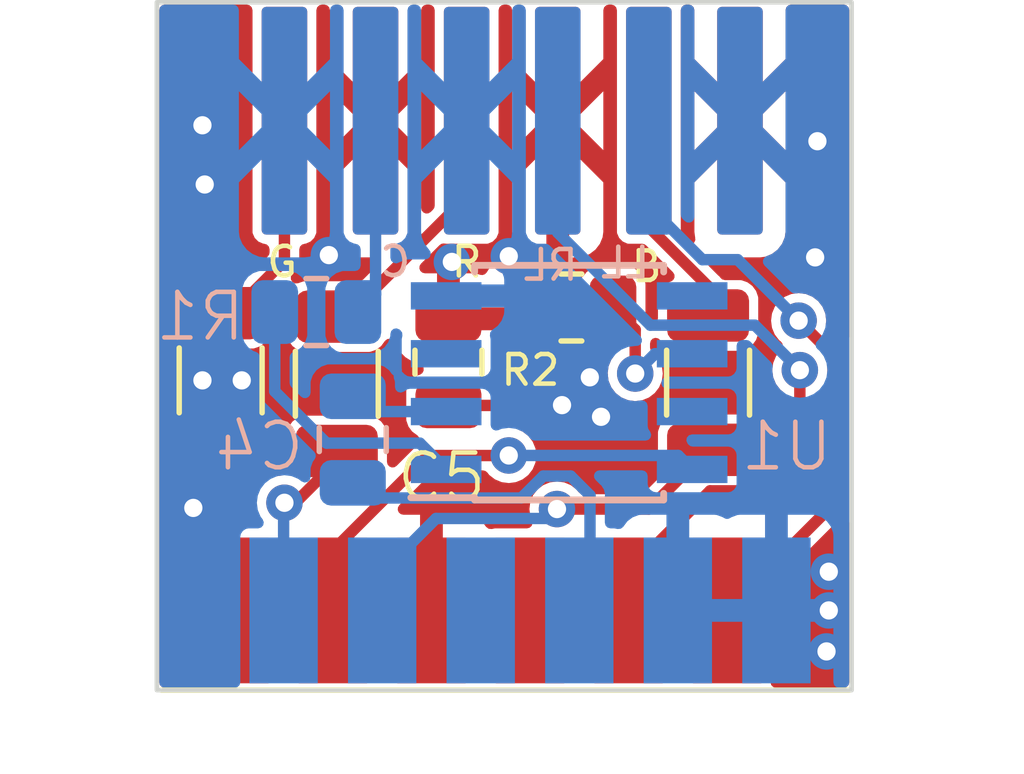
<source format=kicad_pcb>
(kicad_pcb (version 20221018) (generator pcbnew)
  (layers (0 "F.Cu" signal) (1 "In1.Cu" signal) (2 "In2.Cu" signal) (31 "B.Cu" signal) (34 "B.Paste" user) (35 "F.Paste" user) (36 "B.SilkS" user "B.Silkscreen") (37 "F.SilkS" user "F.Silkscreen") (38 "B.Mask" user) (39 "F.Mask" user) (44 "Edge.Cuts" user))
  (net 0 "")
  (net 1 "Blue in")
  (net 2 "Blue Out")
  (net 3 "Red in")
  (net 4 "Red Out")
  (net 5 "Green in")
  (net 6 "Green out")
  (net 7 "Luma")
  (net 8 "Net-(U1-VIDEO)")
  (net 9 "GND")
  (net 10 "Net-(U1-INT)")
  (net 11 "+5V")
  (net 14 "Right Audio")
  (net 15 "Left Audio")
  (net 16 "Net-(U1-CSYNC)")
  (net 17 "cSync")
  (footprint "ICspretty:coaxPad" (layer "F.Cu") (at 136.45 57.5)
    (fp_text reference "J14" hide)
    (fp_text value "Conn_01x01_Pin")
    (pad "1" smd roundrect (at 0 0) (size 1 5) (layers "F.Cu" "F.Paste" "F.Mask") (roundrect_rratio 0.1) (net 9 "GND"))
  )
  (footprint "Capacitor_SMD:C_1206_3216Metric" (layer "F.Cu") (at 125.05 63.2 90)
    (fp_text reference "C3" hide)
    (fp_text value "220uf")
    (fp_line (start -0.711252 -0.91) (end 0.711252 -0.91) (stroke (width 0.12)) (layer "F.SilkS"))
    (fp_line (start -0.711252 0.91) (end 0.711252 0.91) (stroke (width 0.12)) (layer "F.SilkS"))
    (pad "1" smd roundrect (at -1.475 0 90) (size 1.15 1.8) (layers "F.Cu" "F.Paste" "F.Mask") (roundrect_rratio 0.217391) (net 5 "Green in"))
    (pad "2" smd roundrect (at 1.475 0 90) (size 1.15 1.8) (layers "F.Cu" "F.Paste" "F.Mask") (roundrect_rratio 0.217391) (net 6 "Green out"))
  )
  (footprint "Capacitor_SMD:C_1206_3216Metric" (layer "F.Cu") (at 135.75 63.25 90)
    (fp_text reference "C1" hide)
    (fp_text value "220uf")
    (fp_line (start -0.711252 -0.91) (end 0.711252 -0.91) (stroke (width 0.12)) (layer "F.SilkS"))
    (fp_line (start -0.711252 0.91) (end 0.711252 0.91) (stroke (width 0.12)) (layer "F.SilkS"))
    (pad "1" smd roundrect (at -1.475 0 90) (size 1.15 1.8) (layers "F.Cu" "F.Paste" "F.Mask") (roundrect_rratio 0.217391) (net 1 "Blue in"))
    (pad "2" smd roundrect (at 1.475 0 90) (size 1.15 1.8) (layers "F.Cu" "F.Paste" "F.Mask") (roundrect_rratio 0.217391) (net 2 "Blue Out"))
  )
  (footprint "ICspretty:coaxPad" (layer "F.Cu") (at 128.45 57.5)
    (fp_text reference "J10" hide)
    (fp_text value "Conn_01x01_Pin")
    (pad "1" smd roundrect (at 0 0) (size 1 5) (layers "F.Cu" "F.Paste" "F.Mask") (roundrect_rratio 0.1) (net 9 "GND"))
  )
  (footprint "ICspretty:coaxPad" (layer "F.Cu") (at 132.45 57.5)
    (fp_text reference "J12" hide)
    (fp_text value "Conn_01x01_Pin")
    (pad "1" smd roundrect (at 0 0) (size 1 5) (layers "F.Cu" "F.Paste" "F.Mask") (roundrect_rratio 0.1) (net 9 "GND"))
  )
  (footprint "Resistor_SMD:R_0805_2012Metric" (layer "F.Cu") (at 132.75 61.6)
    (fp_text reference "R2" (at -0.9 1.375) (layer "F.SilkS") (effects (font (size 0.65 0.65) (thickness 0.1))))
    (fp_text value "680k")
    (fp_line (start -0.227064 -0.735) (end 0.227064 -0.735) (stroke (width 0.12)) (layer "F.SilkS"))
    (fp_line (start -0.227064 0.735) (end 0.227064 0.735) (stroke (width 0.12)) (layer "F.SilkS"))
    (pad "1" smd roundrect (at -0.9125 0) (size 1.025 1.4) (layers "F.Cu" "F.Paste" "F.Mask") (roundrect_rratio 0.243902) (net 9 "GND"))
    (pad "2" smd roundrect (at 0.9125 0) (size 1.025 1.4) (layers "F.Cu" "F.Paste" "F.Mask") (roundrect_rratio 0.243902) (net 10 "Net-(U1-INT)"))
  )
  (footprint "Capacitor_SMD:C_0805_2012Metric" (layer "F.Cu") (at 130.05 62.8 -90)
    (fp_text reference "C5" (at 2.525 0.15 180) (layer "F.SilkS") (effects (font (thickness 0.1))))
    (fp_text value "100nf")
    (fp_line (start -0.261252 -0.735) (end 0.261252 -0.735) (stroke (width 0.12)) (layer "F.SilkS"))
    (fp_line (start -0.261252 0.735) (end 0.261252 0.735) (stroke (width 0.12)) (layer "F.SilkS"))
    (pad "1" smd roundrect (at -0.95 0 270) (size 1 1.45) (layers "F.Cu" "F.Paste" "F.Mask") (net 9 "GND"))
    (pad "2" smd roundrect (at 0.95 0 270) (size 1 1.45) (layers "F.Cu" "F.Paste" "F.Mask") (net 10 "Net-(U1-INT)"))
  )
  (footprint "ICspretty:coaxPad" (layer "F.Cu") (at 134.45 57.5)
    (fp_text reference "B" (at -0.05 3.2 unlocked) (layer "F.SilkS") (effects (font (size 0.65 0.65) (thickness 0.1))))
    (fp_text value "Conn_01x01_Pin")
    (pad "1" smd roundrect (at 0 0) (size 1 5) (layers "F.Cu" "F.Paste" "F.Mask") (roundrect_rratio 0.1) (net 2 "Blue Out"))
  )
  (footprint "ICspretty:coaxPad" (layer "F.Cu") (at 126.45 57.5)
    (fp_text reference "G" (at -0.05 3.1 unlocked) (layer "F.SilkS") (effects (font (size 0.65 0.65) (thickness 0.1))))
    (fp_text value "Conn_01x01_Pin")
    (pad "1" smd roundrect (at 0 0) (size 1 5) (layers "F.Cu" "F.Paste" "F.Mask") (roundrect_rratio 0.1) (net 6 "Green out"))
  )
  (footprint "Capacitor_SMD:C_1206_3216Metric" (layer "F.Cu") (at 127.6 63.275 90)
    (fp_text reference "C2" hide)
    (fp_text value "220uf")
    (fp_line (start -0.711252 -0.91) (end 0.711252 -0.91) (stroke (width 0.12)) (layer "F.SilkS"))
    (fp_line (start -0.711252 0.91) (end 0.711252 0.91) (stroke (width 0.12)) (layer "F.SilkS"))
    (pad "1" smd roundrect (at -1.475 0 90) (size 1.15 1.8) (layers "F.Cu" "F.Paste" "F.Mask") (roundrect_rratio 0.217391) (net 3 "Red in"))
    (pad "2" smd roundrect (at 1.475 0 90) (size 1.15 1.8) (layers "F.Cu" "F.Paste" "F.Mask") (roundrect_rratio 0.217391) (net 4 "Red Out"))
  )
  (footprint "Ports:PSX_AV" (layer "F.Cu") (at 131.3 70 180)
    (fp_text reference "J1" hide)
    (fp_text value "PS1_AV_Multi-Out")
    (fp_line (start -7.55 0) (end 7.55 0) (stroke (width 0.12)) (layer "F.SilkS"))
    (pad "1" smd rect (at -5.95 1.75 180) (size 1.5 3.2) (layers "B.Cu" "B.Paste" "B.Mask") (net 9 "GND"))
    (pad "2" smd rect (at -4.868182 1.75 180) (size 1.5 3.2) (layers "F.Cu" "F.Paste" "F.Mask") (net 15 "Left Audio"))
    (pad "3" smd rect (at -3.786364 1.75 180) (size 1.5 3.2) (layers "B.Cu" "B.Paste" "B.Mask") (net 9 "GND"))
    (pad "4" smd rect (at -2.704546 1.75 180) (size 1.5 3.2) (layers "F.Cu" "F.Paste" "F.Mask") (net 14 "Right Audio"))
    (pad "5" smd rect (at -1.622728 1.75 180) (size 1.5 3.2) (layers "B.Cu" "B.Paste" "B.Mask") (net 7 "Luma"))
    (pad "6" smd rect (at -0.54091 1.75 180) (size 1.5 3.2) (layers "F.Cu" "F.Paste" "F.Mask"))
    (pad "7" smd rect (at 0.540908 1.75 180) (size 1.5 3.2) (layers "B.Cu" "B.Paste" "B.Mask"))
    (pad "8" smd rect (at 1.622726 1.75 180) (size 1.5 3.2) (layers "F.Cu" "F.Paste" "F.Mask") (net 9 "GND"))
    (pad "9" smd rect (at 2.704544 1.75 180) (size 1.5 3.2) (layers "B.Cu" "B.Paste" "B.Mask") (net 1 "Blue in"))
    (pad "10" smd rect (at 3.786362 1.75 180) (size 1.5 3.2) (layers "F.Cu" "F.Paste" "F.Mask") (net 11 "+5V"))
    (pad "11" smd rect (at 4.86818 1.75 180) (size 1.5 3.2) (layers "B.Cu" "B.Paste" "B.Mask") (net 3 "Red in"))
    (pad "12" smd rect (at 5.95 1.75 180) (size 1.5 3.2) (layers "F.Cu" "F.Paste" "F.Mask") (net 5 "Green in"))
  )
  (footprint "ICspretty:coaxPad" (layer "F.Cu") (at 130.45 57.5)
    (fp_text reference "R" (at 0 3.1 unlocked) (layer "F.SilkS") (effects (font (size 0.65 0.65) (thickness 0.1))))
    (fp_text value "Conn_01x01_Pin")
    (pad "1" smd roundrect (at 0 0) (size 1 5) (layers "F.Cu" "F.Paste" "F.Mask") (roundrect_rratio 0.1) (net 4 "Red Out"))
  )
  (footprint "ICspretty:coaxPad" (layer "B.Cu") (at 136.45 57.5 180)
    (fp_text reference "J2" hide)
    (fp_text value "Conn_01x01_Pin")
    (pad "1" smd roundrect (at 0 0 180) (size 1 5) (layers "B.Cu" "B.Paste" "B.Mask") (roundrect_rratio 0.1) (net 9 "GND"))
  )
  (footprint "ICspretty:coaxPad" (layer "B.Cu") (at 132.45 57.5 180)
    (fp_text reference "J4" hide)
    (fp_text value "Conn_01x01_Pin")
    (pad "1" smd roundrect (at 0 0 180) (size 1 5) (layers "B.Cu" "B.Paste" "B.Mask") (roundrect_rratio 0.1) (net 14 "Right Audio"))
  )
  (footprint "ICspretty:coaxPad" (layer "B.Cu") (at 126.45 57.5 180)
    (fp_text reference "J8" hide)
    (fp_text value "Conn_01x01_Pin")
    (pad "1" smd roundrect (at 0 0 180) (size 1 5) (layers "B.Cu" "B.Paste" "B.Mask") (roundrect_rratio 0.1) (net 9 "GND"))
  )
  (footprint "ICspretty:coaxPad" (layer "B.Cu") (at 134.45 57.5 180)
    (fp_text reference "J3" hide)
    (fp_text value "Conn_01x01_Pin")
    (pad "1" smd roundrect (at 0 0 180) (size 1 5) (layers "B.Cu" "B.Paste" "B.Mask") (roundrect_rratio 0.1) (net 15 "Left Audio"))
  )
  (footprint "ICspretty:coaxPad" (layer "B.Cu") (at 130.45 57.5 180)
    (fp_text reference "J6" hide)
    (fp_text value "Conn_01x01_Pin")
    (pad "1" smd roundrect (at 0 0 180) (size 1 5) (layers "B.Cu" "B.Paste" "B.Mask") (roundrect_rratio 0.1) (net 9 "GND"))
  )
  (footprint "Ports:SOIC-8_3.9x4.9mm_P1.27mm" (layer "B.Cu") (at 132.7 63.25)
    (fp_text reference "U1" (at 4.775 1.4) (layer "B.SilkS") (effects (font (thickness 0.1)) (justify mirror)))
    (fp_text value "LM1881")
    (fp_line (start -2.075 -2.575) (end -2.075 -2.43) (stroke (width 0.15)) (layer "B.SilkS"))
    (fp_line (start -2.075 -2.575) (end 2.075 -2.575) (stroke (width 0.15)) (layer "B.SilkS"))
    (fp_line (start -2.075 2.525) (end -3.475 2.525) (stroke (width 0.15)) (layer "B.SilkS"))
    (fp_line (start -2.075 2.575) (end -2.075 2.525) (stroke (width 0.15)) (layer "B.SilkS"))
    (fp_line (start -2.075 2.575) (end 2.075 2.575) (stroke (width 0.15)) (layer "B.SilkS"))
    (fp_line (start 2.075 -2.575) (end 2.075 -2.43) (stroke (width 0.15)) (layer "B.SilkS"))
    (fp_line (start 2.075 2.575) (end 2.075 2.43) (stroke (width 0.15)) (layer "B.SilkS"))
    (pad "1" smd rect (at -2.7 1.905) (size 1.55 0.6) (layers "B.Cu" "B.Paste" "B.Mask") (net 16 "Net-(U1-CSYNC)"))
    (pad "2" smd rect (at -2.7 0.635) (size 1.55 0.6) (layers "B.Cu" "B.Paste" "B.Mask") (net 8 "Net-(U1-VIDEO)"))
    (pad "3" smd rect (at -2.7 -0.635) (size 1.55 0.6) (layers "B.Cu" "B.Paste" "B.Mask"))
    (pad "4" smd rect (at -2.7 -1.905) (size 1.55 0.6) (layers "B.Cu" "B.Paste" "B.Mask") (net 9 "GND"))
    (pad "5" smd rect (at 2.7 -1.905) (size 1.55 0.6) (layers "B.Cu" "B.Paste" "B.Mask"))
    (pad "6" smd rect (at 2.7 -0.635) (size 1.55 0.6) (layers "B.Cu" "B.Paste" "B.Mask") (net 10 "Net-(U1-INT)"))
    (pad "7" smd rect (at 2.7 0.635) (size 1.55 0.6) (layers "B.Cu" "B.Paste" "B.Mask"))
    (pad "8" smd rect (at 2.7 1.905) (size 1.55 0.6) (layers "B.Cu" "B.Paste" "B.Mask") (net 11 "+5V"))
  )
  (footprint "Resistor_SMD:R_0805_2012Metric" (layer "B.Cu") (at 127.15 61.7)
    (fp_text reference "R1" (at -2.55 0.1) (layer "B.SilkS") (effects (font (thickness 0.1)) (justify mirror)))
    (fp_text value "470Ω")
    (fp_line (start -0.227064 -0.735) (end 0.227064 -0.735) (stroke (width 0.12)) (layer "B.SilkS"))
    (fp_line (start -0.227064 0.735) (end 0.227064 0.735) (stroke (width 0.12)) (layer "B.SilkS"))
    (pad "1" smd roundrect (at -0.9125 0) (size 1.025 1.4) (layers "B.Cu" "B.Paste" "B.Mask") (roundrect_rratio 0.243902) (net 16 "Net-(U1-CSYNC)"))
    (pad "2" smd roundrect (at 0.9125 0) (size 1.025 1.4) (layers "B.Cu" "B.Paste" "B.Mask") (roundrect_rratio 0.243902) (net 17 "cSync"))
  )
  (footprint "ICspretty:coaxPad" (layer "B.Cu") (at 128.45 57.5 180)
    (fp_text reference "J7" hide)
    (fp_text value "Conn_01x01_Pin")
    (pad "1" smd roundrect (at 0 0 180) (size 1 5) (layers "B.Cu" "B.Paste" "B.Mask") (roundrect_rratio 0.1) (net 17 "cSync"))
  )
  (footprint "Capacitor_SMD:C_0805_2012Metric" (layer "B.Cu") (at 127.95 64.5 90)
    (fp_text reference "C4" (at -0.15 -2.05 180) (layer "B.SilkS") (effects (font (thickness 0.1)) (justify mirror)))
    (fp_text value "100nf")
    (fp_line (start -0.261252 -0.735) (end 0.261252 -0.735) (stroke (width 0.12)) (layer "B.SilkS"))
    (fp_line (start -0.261252 0.735) (end 0.261252 0.735) (stroke (width 0.12)) (layer "B.SilkS"))
    (pad "1" smd roundrect (at -0.95 0 90) (size 1 1.45) (layers "B.Cu" "B.Paste" "B.Mask") (net 7 "Luma"))
    (pad "2" smd roundrect (at 0.95 0 90) (size 1 1.45) (layers "B.Cu" "B.Paste" "B.Mask") (net 8 "Net-(U1-VIDEO)"))
  )
  (gr_rect (start 123.65 54.9) (end 138.9 70) (stroke (width 0.1)) (fill none) (layer "Edge.Cuts"))
  (gr_text "C" (at 129.275 60.975) (layer "B.SilkS") (effects (font (size 0.65 0.65) (thickness 0.1)) (justify left bottom mirror)))
  (gr_text "RL" (at 132.95 61.05) (layer "B.SilkS") (effects (font (size 0.65 0.65) (thickness 0.1)) (justify left bottom mirror)))
  (gr_text "LL" (at 134.525 61) (layer "B.SilkS") (effects (font (size 0.65 0.65) (thickness 0.1)) (justify left bottom mirror)))
  (segment (start 132.4333 66.025) (end 134.45 66.025) (width 0.25) (layer "F.Cu") (net 1))
  (segment (start 134.45 66.025) (end 135.75 64.725) (width 0.25) (layer "F.Cu") (net 1))
  (via (at 132.4333 66.025) (size 0.8) (drill 0.4) (layers "F.Cu" "B.Cu") (net 1))
  (segment (start 129.777192 66.2319) (end 128.5955 67.413592) (width 0.25) (layer "B.Cu") (net 1))
  (segment (start 128.5955 67.413592) (end 128.5955 68.25) (width 0.25) (layer "B.Cu") (net 1))
  (segment (start 132.4333 66.025) (end 132.2264 66.2319) (width 0.25) (layer "B.Cu") (net 1))
  (segment (start 132.2264 66.2319) (end 129.777192 66.2319) (width 0.25) (layer "B.Cu") (net 1))
  (segment (start 134.45 59.8359) (end 134.45 57.5) (width 0.25) (layer "F.Cu") (net 2))
  (segment (start 135.75 61.775) (end 135.75 61.1359) (width 0.25) (layer "F.Cu") (net 2))
  (segment (start 135.75 61.1359) (end 134.45 59.8359) (width 0.25) (layer "F.Cu") (net 2))
  (segment (start 126.6878 65.8872) (end 127.85 64.725) (width 0.25) (layer "F.Cu") (net 3))
  (segment (start 126.45 65.8872) (end 126.6878 65.8872) (width 0.25) (layer "F.Cu") (net 3))
  (via (at 126.45 65.8872) (size 0.8) (drill 0.4) (layers "F.Cu" "B.Cu") (net 3))
  (segment (start 126.4318 65.9054) (end 126.4318 68.25) (width 0.25) (layer "B.Cu") (net 3))
  (segment (start 126.45 65.8872) (end 126.4318 65.9054) (width 0.25) (layer "B.Cu") (net 3))
  (segment (start 130.45 59.175) (end 130.45 57.5) (width 0.25) (layer "F.Cu") (net 4))
  (segment (start 127.85 61.775) (end 130.45 59.175) (width 0.25) (layer "F.Cu") (net 4))
  (segment (start 125.3 64.675) (end 125.35 64.725) (width 0.25) (layer "F.Cu") (net 5))
  (segment (start 125.35 64.725) (end 125.35 68.25) (width 0.25) (layer "F.Cu") (net 5))
  (segment (start 125.3 61.725) (end 126.45 60.575) (width 0.25) (layer "F.Cu") (net 6))
  (segment (start 126.45 60.575) (end 126.45 57.5) (width 0.25) (layer "F.Cu") (net 6))
  (segment (start 131.651095 65.7819) (end 128.2819 65.7819) (width 0.25) (layer "B.Cu") (net 7))
  (segment (start 133.1578 65.724195) (end 132.733605 65.3) (width 0.25) (layer "B.Cu") (net 7))
  (segment (start 132.132995 65.3) (end 131.651095 65.7819) (width 0.25) (layer "B.Cu") (net 7))
  (segment (start 132.9227 68.25) (end 133.1578 68.0149) (width 0.25) (layer "B.Cu") (net 7))
  (segment (start 128.2819 65.7819) (end 127.95 65.45) (width 0.25) (layer "B.Cu") (net 7))
  (segment (start 133.1578 68.0149) (end 133.1578 65.724195) (width 0.25) (layer "B.Cu") (net 7))
  (segment (start 132.733605 65.3) (end 132.132995 65.3) (width 0.25) (layer "B.Cu") (net 7))
  (segment (start 128.285 63.885) (end 127.95 63.55) (width 0.25) (layer "B.Cu") (net 8))
  (segment (start 130 63.885) (end 128.285 63.885) (width 0.25) (layer "B.Cu") (net 8))
  (segment (start 128.45 59.2747) (end 128.45 57.5) (width 0.25) (layer "F.Cu") (net 9))
  (segment (start 131.5875 61.85) (end 131.8375 61.6) (width 0.5) (layer "F.Cu") (net 9))
  (segment (start 131.8375 61.1798) (end 131.8375 61.6) (width 0.25) (layer "F.Cu") (net 9))
  (segment (start 132.45 57.5) (end 132.45 60.9875) (width 0.5) (layer "F.Cu") (net 9))
  (segment (start 132.45 60.9875) (end 131.8375 61.6) (width 0.5) (layer "F.Cu") (net 9))
  (segment (start 130.05 61.85) (end 131.5875 61.85) (width 0.5) (layer "F.Cu") (net 9))
  (via (at 124.45 66) (size 0.8) (drill 0.4) (layers "F.Cu" "B.Cu") (net 9))
  (via (at 127.425 60.45) (size 0.8) (drill 0.4) (layers "F.Cu" "B.Cu") (net 9))
  (via (at 138.1 60.5) (size 0.8) (drill 0.4) (layers "F.Cu" "B.Cu") (net 9))
  (via (at 124.65 57.6) (size 0.8) (drill 0.4) (layers "F.Cu" "B.Cu") (net 9))
  (via (at 130.125 60.5995) (size 0.8) (drill 0.4) (layers "F.Cu" "B.Cu") (net 9))
  (via (at 125.513 63.2) (size 0.8) (drill 0.4) (layers "F.Cu" "B.Cu") (net 9))
  (via (at 124.7 58.9) (size 0.8) (drill 0.4) (layers "F.Cu" "B.Cu") (net 9))
  (via (at 131.375 60.475) (size 0.8) (drill 0.4) (layers "F.Cu" "B.Cu") (net 9))
  (via (at 133.153963 63.133136) (size 0.8) (drill 0.4) (layers "F.Cu" "B.Cu") (net 9))
  (via (at 138.4 67.4) (size 0.8) (drill 0.4) (layers "F.Cu" "B.Cu") (net 9))
  (via (at 132.543549 63.743549) (size 0.8) (drill 0.4) (layers "F.Cu" "B.Cu") (net 9))
  (via (at 124.65 63.2) (size 0.8) (drill 0.4) (layers "F.Cu" "B.Cu") (net 9))
  (via (at 138.35 69.15) (size 0.8) (drill 0.4) (layers "F.Cu" "B.Cu") (net 9))
  (via (at 138.15 57.95) (size 0.8) (drill 0.4) (layers "F.Cu" "B.Cu") (net 9))
  (via (at 138.4 68.25) (size 0.8) (drill 0.4) (layers "F.Cu" "B.Cu") (net 9))
  (via (at 133.4 64) (size 0.8) (drill 0.4) (layers "F.Cu" "B.Cu") (net 9))
  (segment (start 126.45 57.5) (end 126.45 58.1792) (width 0.25) (layer "B.Cu") (net 9))
  (segment (start 130.3506 63.4494) (end 130.05 63.75) (width 0.25) (layer "F.Cu") (net 10))
  (segment (start 134.15 63.05) (end 134.15 62.7) (width 0.25) (layer "F.Cu") (net 10))
  (segment (start 134.15 62.0875) (end 134.15 63.05) (width 0.25) (layer "F.Cu") (net 10))
  (segment (start 133.6625 61.6) (end 134.15 62.0875) (width 0.25) (layer "F.Cu") (net 10))
  (segment (start 130.05 63.75) (end 131.5125 63.75) (width 0.25) (layer "F.Cu") (net 10))
  (segment (start 131.5125 63.75) (end 133.6625 61.6) (width 0.25) (layer "F.Cu") (net 10))
  (via (at 134.15 63.05) (size 0.8) (drill 0.4) (layers "F.Cu" "B.Cu") (net 10))
  (segment (start 134.585 62.615) (end 134.15 63.05) (width 0.25) (layer "B.Cu") (net 10))
  (segment (start 135.4 62.615) (end 135.9798 62.615) (width 0.25) (layer "B.Cu") (net 10))
  (segment (start 135.4 62.615) (end 134.585 62.615) (width 0.25) (layer "B.Cu") (net 10))
  (segment (start 127.513638 66.936362) (end 127.513638 68.25) (width 0.25) (layer "F.Cu") (net 11))
  (segment (start 131.374468 64.84869) (end 131.373158 64.85) (width 0.25) (layer "F.Cu") (net 11))
  (segment (start 131.373158 64.85) (end 129.6 64.85) (width 0.25) (layer "F.Cu") (net 11))
  (segment (start 129.6 64.85) (end 127.513638 66.936362) (width 0.25) (layer "F.Cu") (net 11))
  (via (at 131.374468 64.84869) (size 0.8) (drill 0.4) (layers "F.Cu" "B.Cu") (net 11))
  (segment (start 131.374468 64.84869) (end 135.09369 64.84869) (width 0.25) (layer "B.Cu") (net 11))
  (segment (start 135.09369 64.84869) (end 135.4 65.155) (width 0.25) (layer "B.Cu") (net 11))
  (segment (start 134.0045 67.413682) (end 135.793182 65.625) (width 0.25) (layer "F.Cu") (net 14))
  (segment (start 134.0045 68.25) (end 134.0045 67.413682) (width 0.25) (layer "F.Cu") (net 14))
  (segment (start 135.793182 65.625) (end 136.6715 65.625) (width 0.25) (layer "F.Cu") (net 14))
  (segment (start 136.6715 65.625) (end 137.7644 64.5321) (width 0.25) (layer "F.Cu") (net 14))
  (segment (start 137.7644 64.5321) (end 137.7644 62.9756) (width 0.25) (layer "F.Cu") (net 14))
  (via (at 137.7644 62.9756) (size 0.8) (drill 0.4) (layers "F.Cu" "B.Cu") (net 14))
  (segment (start 134.4817 61.9881) (end 136.7769 61.9881) (width 0.25) (layer "B.Cu") (net 14))
  (segment (start 132.45 59.9564) (end 134.4817 61.9881) (width 0.25) (layer "B.Cu") (net 14))
  (segment (start 136.7769 61.9881) (end 137.7644 62.9756) (width 0.25) (layer "B.Cu") (net 14))
  (segment (start 132.45 57.5) (end 132.45 59.9564) (width 0.25) (layer "B.Cu") (net 14))
  (segment (start 136.1682 68.25) (end 138.4914 65.9268) (width 0.25) (layer "F.Cu") (net 15))
  (segment (start 138.4914 65.9268) (end 138.4914 62.6425) (width 0.25) (layer "F.Cu") (net 15))
  (segment (start 138.4914 62.6425) (end 137.7379 61.889) (width 0.25) (layer "F.Cu") (net 15))
  (via (at 137.7379 61.889) (size 0.8) (drill 0.4) (layers "F.Cu" "B.Cu") (net 15))
  (segment (start 134.45 59.375) (end 135.625 60.55) (width 0.25) (layer "B.Cu") (net 15))
  (segment (start 136.3989 60.55) (end 137.7379 61.889) (width 0.25) (layer "B.Cu") (net 15))
  (segment (start 134.45 57.5) (end 134.45 59.375) (width 0.25) (layer "B.Cu") (net 15))
  (segment (start 135.625 60.55) (end 136.3989 60.55) (width 0.25) (layer "B.Cu") (net 15))
  (segment (start 127.3743 64.5777) (end 126.2375 63.4409) (width 0.25) (layer "B.Cu") (net 16))
  (segment (start 126.2375 63.4409) (end 126.2375 61.7) (width 0.25) (layer "B.Cu") (net 16))
  (segment (start 129.4227 64.5777) (end 127.3743 64.5777) (width 0.25) (layer "B.Cu") (net 16))
  (segment (start 130 65.155) (end 129.4227 64.5777) (width 0.25) (layer "B.Cu") (net 16))
  (segment (start 128.45 57.5) (end 128.45 61.3125) (width 0.25) (layer "B.Cu") (net 17))
  (segment (start 128.45 61.3125) (end 128.0625 61.7) (width 0.25) (layer "B.Cu") (net 17))
  (zone (net 9) (net_name "GND") (layers "F.Cu" "In1.Cu" "In2.Cu" "B.Cu") (connect_pads (clearance 0.2)) (min_thickness 0.25) (fill yes (thermal_gap 0.5) (thermal_bridge_width 0.5) (island_removal_mode 2) (island_area_min 10))
    (polygon (pts (xy 138.85 54.95) (xy 138.85 69.95) (xy 123.7 69.95) (xy 123.7 54.95)))
  )
)
</source>
